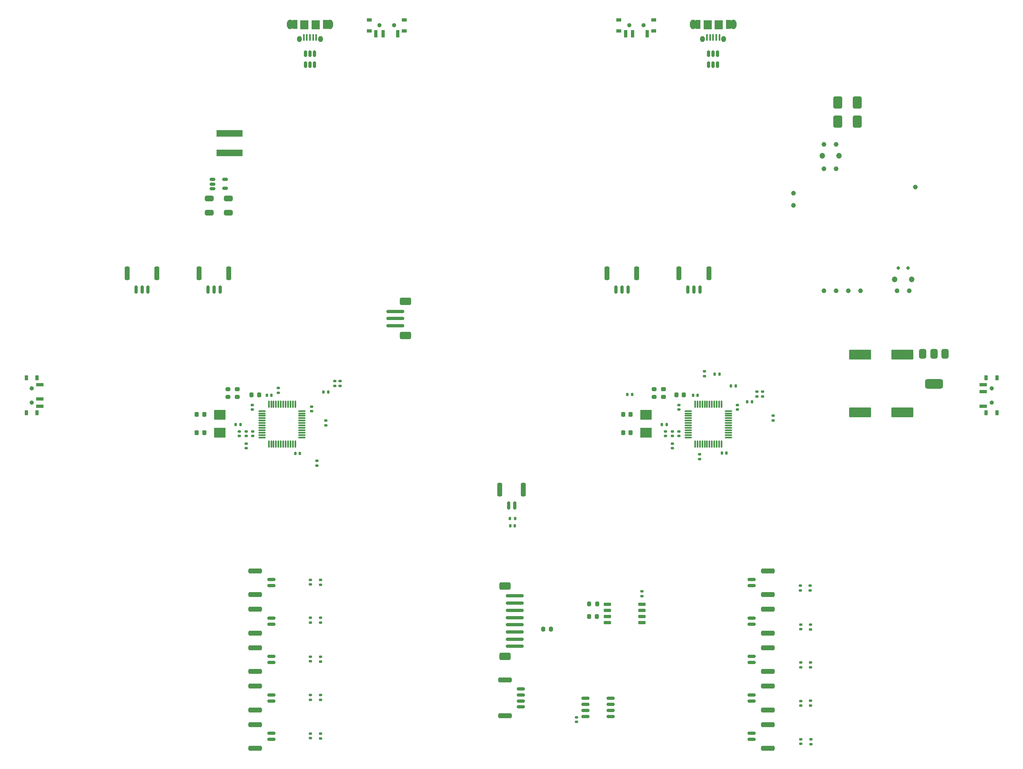
<source format=gts>
%TF.GenerationSoftware,KiCad,Pcbnew,8.0.3*%
%TF.CreationDate,2024-06-23T20:05:21+02:00*%
%TF.ProjectId,Pilot,50696c6f-742e-46b6-9963-61645f706362,rev?*%
%TF.SameCoordinates,Original*%
%TF.FileFunction,Soldermask,Top*%
%TF.FilePolarity,Negative*%
%FSLAX46Y46*%
G04 Gerber Fmt 4.6, Leading zero omitted, Abs format (unit mm)*
G04 Created by KiCad (PCBNEW 8.0.3) date 2024-06-23 20:05:21*
%MOMM*%
%LPD*%
G01*
G04 APERTURE LIST*
G04 Aperture macros list*
%AMRoundRect*
0 Rectangle with rounded corners*
0 $1 Rounding radius*
0 $2 $3 $4 $5 $6 $7 $8 $9 X,Y pos of 4 corners*
0 Add a 4 corners polygon primitive as box body*
4,1,4,$2,$3,$4,$5,$6,$7,$8,$9,$2,$3,0*
0 Add four circle primitives for the rounded corners*
1,1,$1+$1,$2,$3*
1,1,$1+$1,$4,$5*
1,1,$1+$1,$6,$7*
1,1,$1+$1,$8,$9*
0 Add four rect primitives between the rounded corners*
20,1,$1+$1,$2,$3,$4,$5,0*
20,1,$1+$1,$4,$5,$6,$7,0*
20,1,$1+$1,$6,$7,$8,$9,0*
20,1,$1+$1,$8,$9,$2,$3,0*%
G04 Aperture macros list end*
%ADD10O,1.300000X2.000000*%
%ADD11R,1.000000X1.900000*%
%ADD12O,1.000000X1.300000*%
%ADD13R,1.800000X1.900000*%
%ADD14R,0.350000X1.350000*%
%ADD15RoundRect,0.225000X-0.225000X-0.250000X0.225000X-0.250000X0.225000X0.250000X-0.225000X0.250000X0*%
%ADD16RoundRect,0.140000X0.170000X-0.140000X0.170000X0.140000X-0.170000X0.140000X-0.170000X-0.140000X0*%
%ADD17RoundRect,0.250001X2.049999X0.799999X-2.049999X0.799999X-2.049999X-0.799999X2.049999X-0.799999X0*%
%ADD18RoundRect,0.250000X-1.150000X0.250000X-1.150000X-0.250000X1.150000X-0.250000X1.150000X0.250000X0*%
%ADD19RoundRect,0.150000X-0.700000X0.150000X-0.700000X-0.150000X0.700000X-0.150000X0.700000X0.150000X0*%
%ADD20RoundRect,0.140000X-0.170000X0.140000X-0.170000X-0.140000X0.170000X-0.140000X0.170000X0.140000X0*%
%ADD21R,0.700000X1.500000*%
%ADD22R,1.000000X0.800000*%
%ADD23C,0.900000*%
%ADD24R,2.400000X2.000000*%
%ADD25RoundRect,0.135000X-0.185000X0.135000X-0.185000X-0.135000X0.185000X-0.135000X0.185000X0.135000X0*%
%ADD26RoundRect,0.200000X-0.200000X-0.275000X0.200000X-0.275000X0.200000X0.275000X-0.200000X0.275000X0*%
%ADD27RoundRect,0.225000X0.225000X0.250000X-0.225000X0.250000X-0.225000X-0.250000X0.225000X-0.250000X0*%
%ADD28RoundRect,0.140000X-0.140000X-0.170000X0.140000X-0.170000X0.140000X0.170000X-0.140000X0.170000X0*%
%ADD29RoundRect,0.140000X0.140000X0.170000X-0.140000X0.170000X-0.140000X-0.170000X0.140000X-0.170000X0*%
%ADD30RoundRect,0.250001X0.899999X-0.499999X0.899999X0.499999X-0.899999X0.499999X-0.899999X-0.499999X0*%
%ADD31RoundRect,0.175000X1.675000X-0.175000X1.675000X0.175000X-1.675000X0.175000X-1.675000X-0.175000X0*%
%ADD32RoundRect,0.155500X-0.397000X0.155500X-0.397000X-0.155500X0.397000X-0.155500X0.397000X0.155500X0*%
%ADD33RoundRect,0.250000X1.150000X-0.250000X1.150000X0.250000X-1.150000X0.250000X-1.150000X-0.250000X0*%
%ADD34RoundRect,0.150000X0.700000X-0.150000X0.700000X0.150000X-0.700000X0.150000X-0.700000X-0.150000X0*%
%ADD35RoundRect,0.147500X0.172500X-0.147500X0.172500X0.147500X-0.172500X0.147500X-0.172500X-0.147500X0*%
%ADD36RoundRect,0.250000X0.650000X-1.000000X0.650000X1.000000X-0.650000X1.000000X-0.650000X-1.000000X0*%
%ADD37RoundRect,0.150000X-0.650000X-0.150000X0.650000X-0.150000X0.650000X0.150000X-0.650000X0.150000X0*%
%ADD38RoundRect,0.135000X0.135000X0.185000X-0.135000X0.185000X-0.135000X-0.185000X0.135000X-0.185000X0*%
%ADD39RoundRect,0.135000X0.185000X-0.135000X0.185000X0.135000X-0.185000X0.135000X-0.185000X-0.135000X0*%
%ADD40C,1.000000*%
%ADD41C,0.700000*%
%ADD42C,1.200000*%
%ADD43R,5.500000X1.430000*%
%ADD44RoundRect,0.375000X-0.375000X0.625000X-0.375000X-0.625000X0.375000X-0.625000X0.375000X0.625000X0*%
%ADD45RoundRect,0.500000X-1.400000X0.500000X-1.400000X-0.500000X1.400000X-0.500000X1.400000X0.500000X0*%
%ADD46RoundRect,0.135000X-0.135000X-0.185000X0.135000X-0.185000X0.135000X0.185000X-0.135000X0.185000X0*%
%ADD47RoundRect,0.200000X0.200000X0.275000X-0.200000X0.275000X-0.200000X-0.275000X0.200000X-0.275000X0*%
%ADD48RoundRect,0.250001X-0.899999X0.499999X-0.899999X-0.499999X0.899999X-0.499999X0.899999X0.499999X0*%
%ADD49RoundRect,0.175000X-1.675000X0.175000X-1.675000X-0.175000X1.675000X-0.175000X1.675000X0.175000X0*%
%ADD50RoundRect,0.250000X-0.250000X-1.150000X0.250000X-1.150000X0.250000X1.150000X-0.250000X1.150000X0*%
%ADD51RoundRect,0.150000X-0.150000X-0.700000X0.150000X-0.700000X0.150000X0.700000X-0.150000X0.700000X0*%
%ADD52RoundRect,0.250000X-0.650000X0.325000X-0.650000X-0.325000X0.650000X-0.325000X0.650000X0.325000X0*%
%ADD53RoundRect,0.075000X-0.662500X-0.075000X0.662500X-0.075000X0.662500X0.075000X-0.662500X0.075000X0*%
%ADD54RoundRect,0.075000X-0.075000X-0.662500X0.075000X-0.662500X0.075000X0.662500X-0.075000X0.662500X0*%
%ADD55R,1.500000X0.700000*%
%ADD56R,0.800000X1.000000*%
%ADD57RoundRect,0.200000X-0.275000X0.200000X-0.275000X-0.200000X0.275000X-0.200000X0.275000X0.200000X0*%
%ADD58RoundRect,0.218750X-0.256250X0.218750X-0.256250X-0.218750X0.256250X-0.218750X0.256250X0.218750X0*%
%ADD59RoundRect,0.150000X0.675000X0.150000X-0.675000X0.150000X-0.675000X-0.150000X0.675000X-0.150000X0*%
%ADD60RoundRect,0.150000X-0.150000X0.512500X-0.150000X-0.512500X0.150000X-0.512500X0.150000X0.512500X0*%
G04 APERTURE END LIST*
D10*
%TO.C,J20*%
X55825000Y-1800000D03*
D11*
X56825000Y-1800000D03*
D12*
X57775000Y-4800000D03*
D13*
X58850000Y-1808000D03*
X61150000Y-1808000D03*
D12*
X62225000Y-4800000D03*
D11*
X63175000Y-1800000D03*
D10*
X64175000Y-1800000D03*
D14*
X58700000Y-4475000D03*
X59350000Y-4475000D03*
X60000000Y-4475000D03*
X60650000Y-4475000D03*
X61300000Y-4475000D03*
%TD*%
D15*
%TO.C,C33*%
X36405000Y-86800000D03*
X37955000Y-86800000D03*
%TD*%
%TO.C,C10*%
X126793000Y-86800000D03*
X125243000Y-86800000D03*
%TD*%
%TO.C,C9*%
X126793000Y-83000000D03*
X125243000Y-83000000D03*
%TD*%
%TO.C,C32*%
X36405000Y-83000000D03*
X37955000Y-83000000D03*
%TD*%
D16*
%TO.C,C26*%
X48000000Y-81980000D03*
X48000000Y-81020000D03*
%TD*%
D17*
%TO.C,C34*%
X183400000Y-70500000D03*
X174600000Y-70500000D03*
%TD*%
D18*
%TO.C,J10*%
X155400000Y-128475000D03*
X155400000Y-123525000D03*
D19*
X152050000Y-126625000D03*
X152050000Y-125375000D03*
%TD*%
D20*
%TO.C,C24*%
X45300000Y-86520000D03*
X45300000Y-87480000D03*
%TD*%
D21*
%TO.C,SW3*%
X73750000Y-3730000D03*
X75250000Y-3730000D03*
X78250000Y-3730000D03*
D22*
X72350000Y-870000D03*
X72350000Y-3080000D03*
D23*
X74500000Y-1970000D03*
X77500000Y-1970000D03*
D22*
X79650000Y-870000D03*
X79650000Y-3080000D03*
%TD*%
D17*
%TO.C,C35*%
X183400000Y-82500000D03*
X174600000Y-82500000D03*
%TD*%
D16*
%TO.C,C13*%
X60100000Y-134380000D03*
X60100000Y-133420000D03*
%TD*%
D24*
%TO.C,Y2*%
X41200000Y-86750000D03*
X41200000Y-83050000D03*
%TD*%
D16*
%TO.C,C18*%
X162300000Y-143580000D03*
X162300000Y-142620000D03*
%TD*%
D20*
%TO.C,C28*%
X60300000Y-81320000D03*
X60300000Y-82280000D03*
%TD*%
D25*
%TO.C,R29*%
X65200000Y-75990000D03*
X65200000Y-77010000D03*
%TD*%
D26*
%TO.C,R24*%
X118175000Y-122400000D03*
X119825000Y-122400000D03*
%TD*%
D27*
%TO.C,C2*%
X137875000Y-78900000D03*
X136325000Y-78900000D03*
%TD*%
D16*
%TO.C,C23*%
X115500000Y-146960000D03*
X115500000Y-146000000D03*
%TD*%
D24*
%TO.C,Y1*%
X130038000Y-86750000D03*
X130038000Y-83050000D03*
%TD*%
D28*
%TO.C,C6*%
X139837000Y-79000000D03*
X140797000Y-79000000D03*
%TD*%
D16*
%TO.C,C21*%
X162300000Y-135600000D03*
X162300000Y-134640000D03*
%TD*%
D29*
%TO.C,C4*%
X146780000Y-91000000D03*
X145820000Y-91000000D03*
%TD*%
D30*
%TO.C,J13*%
X100600000Y-118700000D03*
X100600000Y-133300000D03*
D31*
X102700000Y-120750000D03*
X102700000Y-122250000D03*
X102700000Y-123750000D03*
X102700000Y-125250000D03*
X102700000Y-126750000D03*
X102700000Y-128250000D03*
X102700000Y-129750000D03*
X102700000Y-131250000D03*
%TD*%
D25*
%TO.C,R18*%
X164300000Y-142590000D03*
X164300000Y-143610000D03*
%TD*%
D32*
%TO.C,U9*%
X39700000Y-34050000D03*
X39700000Y-35000000D03*
X39700000Y-35950000D03*
X42300000Y-35900000D03*
X42300000Y-34050000D03*
%TD*%
D33*
%TO.C,J6*%
X48600000Y-147525000D03*
X48600000Y-152475000D03*
D34*
X51950000Y-149375000D03*
X51950000Y-150625000D03*
%TD*%
D35*
%TO.C,L1*%
X135548000Y-89985000D03*
X135548000Y-89015000D03*
%TD*%
D36*
%TO.C,D4*%
X170000000Y-22000000D03*
X170000000Y-18000000D03*
%TD*%
D37*
%TO.C,U2*%
X122000000Y-122460000D03*
X122000000Y-123730000D03*
X122000000Y-125000000D03*
X122000000Y-126270000D03*
X129200000Y-126270000D03*
X129200000Y-125000000D03*
X129200000Y-123730000D03*
X129200000Y-122460000D03*
%TD*%
D38*
%TO.C,R11*%
X102710000Y-104675000D03*
X101690000Y-104675000D03*
%TD*%
D39*
%TO.C,R26*%
X156500000Y-84210000D03*
X156500000Y-83190000D03*
%TD*%
%TO.C,R4*%
X61400000Y-93610000D03*
X61400000Y-92590000D03*
%TD*%
D40*
%TO.C,U7*%
X160760000Y-36920000D03*
X160760000Y-39460000D03*
D41*
X184620000Y-52477000D03*
D40*
X184890000Y-57240000D03*
D42*
X185370000Y-54890000D03*
X181870000Y-54890000D03*
D40*
X182350000Y-57240000D03*
D41*
X182620000Y-52500000D03*
D40*
X174730000Y-57240000D03*
X172190000Y-57240000D03*
X169650000Y-57240000D03*
X167110000Y-57240000D03*
X169650000Y-26760000D03*
X169650000Y-31840000D03*
D42*
X170257000Y-29109000D03*
X166757000Y-29109000D03*
D40*
X167110000Y-26760000D03*
X167110000Y-31840000D03*
X186160000Y-35650000D03*
%TD*%
D33*
%TO.C,J4*%
X48600000Y-131525000D03*
X48600000Y-136475000D03*
D34*
X51950000Y-133375000D03*
X51950000Y-134625000D03*
%TD*%
D43*
%TO.C,L3*%
X43200000Y-28520000D03*
X43200000Y-24480000D03*
%TD*%
D44*
%TO.C,U8*%
X192300000Y-70350000D03*
X190000000Y-70350000D03*
D45*
X190000000Y-76650000D03*
D44*
X187700000Y-70350000D03*
%TD*%
D25*
%TO.C,R13*%
X62200000Y-133390000D03*
X62200000Y-134410000D03*
%TD*%
D46*
%TO.C,R30*%
X62790000Y-78300000D03*
X63810000Y-78300000D03*
%TD*%
D25*
%TO.C,R6*%
X153100000Y-78190000D03*
X153100000Y-79210000D03*
%TD*%
D47*
%TO.C,R23*%
X110225000Y-127700000D03*
X108575000Y-127700000D03*
%TD*%
D48*
%TO.C,J15*%
X79900000Y-66550000D03*
X79900000Y-59450000D03*
D49*
X77800000Y-64500000D03*
X77800000Y-63000000D03*
X77800000Y-61500000D03*
%TD*%
D50*
%TO.C,J19*%
X128100000Y-53600000D03*
X121900000Y-53600000D03*
D51*
X126250000Y-56950000D03*
X125000000Y-56950000D03*
X123750000Y-56950000D03*
%TD*%
D50*
%TO.C,J18*%
X143100000Y-53600000D03*
X136900000Y-53600000D03*
D51*
X141250000Y-56950000D03*
X140000000Y-56950000D03*
X138750000Y-56950000D03*
%TD*%
D47*
%TO.C,R25*%
X119805000Y-125015000D03*
X118155000Y-125015000D03*
%TD*%
D25*
%TO.C,R8*%
X142200000Y-74000000D03*
X142200000Y-75020000D03*
%TD*%
%TO.C,R31*%
X53425000Y-77450000D03*
X53425000Y-78470000D03*
%TD*%
D52*
%TO.C,C37*%
X39000000Y-38025000D03*
X39000000Y-40975000D03*
%TD*%
D16*
%TO.C,C12*%
X60100000Y-118380000D03*
X60100000Y-117420000D03*
%TD*%
D46*
%TO.C,R2*%
X144290000Y-74600000D03*
X145310000Y-74600000D03*
%TD*%
D36*
%TO.C,D3*%
X174000000Y-22000000D03*
X174000000Y-18000000D03*
%TD*%
D25*
%TO.C,R20*%
X164400000Y-150590000D03*
X164400000Y-151610000D03*
%TD*%
D52*
%TO.C,C36*%
X43000000Y-38025000D03*
X43000000Y-40975000D03*
%TD*%
D39*
%TO.C,R27*%
X63300000Y-85210000D03*
X63300000Y-84190000D03*
%TD*%
D29*
%TO.C,C27*%
X57880000Y-91100000D03*
X56920000Y-91100000D03*
%TD*%
D53*
%TO.C,U1*%
X138837500Y-82250000D03*
X138837500Y-82750000D03*
X138837500Y-83250000D03*
X138837500Y-83750000D03*
X138837500Y-84250000D03*
X138837500Y-84750000D03*
X138837500Y-85250000D03*
X138837500Y-85750000D03*
X138837500Y-86250000D03*
X138837500Y-86750000D03*
X138837500Y-87250000D03*
X138837500Y-87750000D03*
D54*
X140250000Y-89162500D03*
X140750000Y-89162500D03*
X141250000Y-89162500D03*
X141750000Y-89162500D03*
X142250000Y-89162500D03*
X142750000Y-89162500D03*
X143250000Y-89162500D03*
X143750000Y-89162500D03*
X144250000Y-89162500D03*
X144750000Y-89162500D03*
X145250000Y-89162500D03*
X145750000Y-89162500D03*
D53*
X147162500Y-87750000D03*
X147162500Y-87250000D03*
X147162500Y-86750000D03*
X147162500Y-86250000D03*
X147162500Y-85750000D03*
X147162500Y-85250000D03*
X147162500Y-84750000D03*
X147162500Y-84250000D03*
X147162500Y-83750000D03*
X147162500Y-83250000D03*
X147162500Y-82750000D03*
X147162500Y-82250000D03*
D54*
X145750000Y-80837500D03*
X145250000Y-80837500D03*
X144750000Y-80837500D03*
X144250000Y-80837500D03*
X143750000Y-80837500D03*
X143250000Y-80837500D03*
X142750000Y-80837500D03*
X142250000Y-80837500D03*
X141750000Y-80837500D03*
X141250000Y-80837500D03*
X140750000Y-80837500D03*
X140250000Y-80837500D03*
%TD*%
D50*
%TO.C,J17*%
X28100000Y-53600000D03*
X21900000Y-53600000D03*
D51*
X26250000Y-56950000D03*
X25000000Y-56950000D03*
X23750000Y-56950000D03*
%TD*%
D38*
%TO.C,R1*%
X148710000Y-77000000D03*
X147690000Y-77000000D03*
%TD*%
D55*
%TO.C,SW2*%
X3730000Y-81250000D03*
X3730000Y-79750000D03*
X3730000Y-76750000D03*
D56*
X870000Y-82650000D03*
X3080000Y-82650000D03*
D23*
X1970000Y-80500000D03*
X1970000Y-77500000D03*
D56*
X870000Y-75350000D03*
X3080000Y-75350000D03*
%TD*%
D21*
%TO.C,SW1*%
X125750000Y-3730000D03*
X127250000Y-3730000D03*
X130250000Y-3730000D03*
D22*
X124350000Y-870000D03*
X124350000Y-3080000D03*
D23*
X126500000Y-1970000D03*
X129500000Y-1970000D03*
D22*
X131650000Y-870000D03*
X131650000Y-3080000D03*
%TD*%
D20*
%TO.C,C5*%
X149100000Y-81020000D03*
X149100000Y-81980000D03*
%TD*%
D57*
%TO.C,R33*%
X42900000Y-77675000D03*
X42900000Y-79325000D03*
%TD*%
D33*
%TO.C,J1*%
X100600000Y-138275000D03*
X100600000Y-145725000D03*
D34*
X103950000Y-140125000D03*
X103950000Y-141375000D03*
X103950000Y-142625000D03*
X103950000Y-143875000D03*
%TD*%
D18*
%TO.C,J8*%
X155400000Y-120475000D03*
X155400000Y-115525000D03*
D19*
X152050000Y-118625000D03*
X152050000Y-117375000D03*
%TD*%
D50*
%TO.C,J16*%
X43100000Y-53600000D03*
X36900000Y-53600000D03*
D51*
X41250000Y-56950000D03*
X40000000Y-56950000D03*
X38750000Y-56950000D03*
%TD*%
D33*
%TO.C,J3*%
X48600000Y-115525000D03*
X48600000Y-120475000D03*
D34*
X51950000Y-117375000D03*
X51950000Y-118625000D03*
%TD*%
D25*
%TO.C,R28*%
X66300000Y-75990000D03*
X66300000Y-77010000D03*
%TD*%
D53*
%TO.C,U5*%
X50000000Y-82250000D03*
X50000000Y-82750000D03*
X50000000Y-83250000D03*
X50000000Y-83750000D03*
X50000000Y-84250000D03*
X50000000Y-84750000D03*
X50000000Y-85250000D03*
X50000000Y-85750000D03*
X50000000Y-86250000D03*
X50000000Y-86750000D03*
X50000000Y-87250000D03*
X50000000Y-87750000D03*
D54*
X51412500Y-89162500D03*
X51912500Y-89162500D03*
X52412500Y-89162500D03*
X52912500Y-89162500D03*
X53412500Y-89162500D03*
X53912500Y-89162500D03*
X54412500Y-89162500D03*
X54912500Y-89162500D03*
X55412500Y-89162500D03*
X55912500Y-89162500D03*
X56412500Y-89162500D03*
X56912500Y-89162500D03*
D53*
X58325000Y-87750000D03*
X58325000Y-87250000D03*
X58325000Y-86750000D03*
X58325000Y-86250000D03*
X58325000Y-85750000D03*
X58325000Y-85250000D03*
X58325000Y-84750000D03*
X58325000Y-84250000D03*
X58325000Y-83750000D03*
X58325000Y-83250000D03*
X58325000Y-82750000D03*
X58325000Y-82250000D03*
D54*
X56912500Y-80837500D03*
X56412500Y-80837500D03*
X55912500Y-80837500D03*
X55412500Y-80837500D03*
X54912500Y-80837500D03*
X54412500Y-80837500D03*
X53912500Y-80837500D03*
X53412500Y-80837500D03*
X52912500Y-80837500D03*
X52412500Y-80837500D03*
X51912500Y-80837500D03*
X51412500Y-80837500D03*
%TD*%
D50*
%TO.C,J2*%
X104475000Y-98600000D03*
X99525000Y-98600000D03*
D51*
X102625000Y-101950000D03*
X101375000Y-101950000D03*
%TD*%
D58*
%TO.C,D1*%
X133638000Y-77712500D03*
X133638000Y-79287500D03*
%TD*%
D57*
%TO.C,R22*%
X131738000Y-77675000D03*
X131738000Y-79325000D03*
%TD*%
D25*
%TO.C,R21*%
X164300000Y-134610000D03*
X164300000Y-135630000D03*
%TD*%
D16*
%TO.C,C30*%
X46700000Y-87480000D03*
X46700000Y-86520000D03*
%TD*%
D58*
%TO.C,D2*%
X44800000Y-77712500D03*
X44800000Y-79287500D03*
%TD*%
D27*
%TO.C,C25*%
X49375000Y-78900000D03*
X47825000Y-78900000D03*
%TD*%
D25*
%TO.C,R15*%
X62200000Y-149390000D03*
X62200000Y-150410000D03*
%TD*%
%TO.C,R5*%
X154300000Y-78190000D03*
X154300000Y-79210000D03*
%TD*%
D39*
%TO.C,R3*%
X141200000Y-92310000D03*
X141200000Y-91290000D03*
%TD*%
D16*
%TO.C,C7*%
X135538000Y-87480000D03*
X135538000Y-86520000D03*
%TD*%
D38*
%TO.C,R32*%
X45510000Y-85100000D03*
X44490000Y-85100000D03*
%TD*%
D28*
%TO.C,C11*%
X101720000Y-106175000D03*
X102680000Y-106175000D03*
%TD*%
D16*
%TO.C,C14*%
X60100000Y-142380000D03*
X60100000Y-141420000D03*
%TD*%
%TO.C,C3*%
X136838000Y-81980000D03*
X136838000Y-81020000D03*
%TD*%
%TO.C,C17*%
X162200000Y-119580000D03*
X162200000Y-118620000D03*
%TD*%
D55*
%TO.C,SW4*%
X200270000Y-76750000D03*
X200270000Y-78250000D03*
X200270000Y-81250000D03*
D56*
X203130000Y-75350000D03*
X200920000Y-75350000D03*
D23*
X202030000Y-77500000D03*
X202030000Y-80500000D03*
D56*
X203130000Y-82650000D03*
X200920000Y-82650000D03*
%TD*%
D33*
%TO.C,J7*%
X48600000Y-123525000D03*
X48600000Y-128475000D03*
D34*
X51950000Y-125375000D03*
X51950000Y-126625000D03*
%TD*%
D25*
%TO.C,R14*%
X62200000Y-141390000D03*
X62200000Y-142410000D03*
%TD*%
%TO.C,R19*%
X164300000Y-126690000D03*
X164300000Y-127710000D03*
%TD*%
D20*
%TO.C,C22*%
X129200000Y-119820000D03*
X129200000Y-120780000D03*
%TD*%
D16*
%TO.C,C15*%
X60100000Y-150380000D03*
X60100000Y-149420000D03*
%TD*%
D38*
%TO.C,R9*%
X134348000Y-85100000D03*
X133328000Y-85100000D03*
%TD*%
D18*
%TO.C,J12*%
X155400000Y-136475000D03*
X155400000Y-131525000D03*
D19*
X152050000Y-134625000D03*
X152050000Y-133375000D03*
%TD*%
D16*
%TO.C,C20*%
X162300000Y-151580000D03*
X162300000Y-150620000D03*
%TD*%
D18*
%TO.C,J11*%
X155400000Y-152475000D03*
X155400000Y-147525000D03*
D19*
X152050000Y-150625000D03*
X152050000Y-149375000D03*
%TD*%
D28*
%TO.C,C29*%
X51000000Y-79000000D03*
X51960000Y-79000000D03*
%TD*%
D25*
%TO.C,R12*%
X62200000Y-117390000D03*
X62200000Y-118410000D03*
%TD*%
D35*
%TO.C,L2*%
X46710000Y-89985000D03*
X46710000Y-89015000D03*
%TD*%
D25*
%TO.C,R17*%
X164200000Y-118590000D03*
X164200000Y-119610000D03*
%TD*%
D16*
%TO.C,C8*%
X136888000Y-87480000D03*
X136888000Y-86520000D03*
%TD*%
D18*
%TO.C,J9*%
X155400000Y-144475000D03*
X155400000Y-139525000D03*
D19*
X152050000Y-142625000D03*
X152050000Y-141375000D03*
%TD*%
D33*
%TO.C,J5*%
X48600000Y-139525000D03*
X48600000Y-144475000D03*
D34*
X51950000Y-141375000D03*
X51950000Y-142625000D03*
%TD*%
D16*
%TO.C,C31*%
X48050000Y-87480000D03*
X48050000Y-86520000D03*
%TD*%
D46*
%TO.C,R7*%
X151090000Y-80300000D03*
X152110000Y-80300000D03*
%TD*%
D59*
%TO.C,U3*%
X122625000Y-145905000D03*
X122625000Y-144635000D03*
X122625000Y-143365000D03*
X122625000Y-142095000D03*
X117375000Y-142095000D03*
X117375000Y-143365000D03*
X117375000Y-144635000D03*
X117375000Y-145905000D03*
%TD*%
D46*
%TO.C,R10*%
X126090000Y-78800000D03*
X127110000Y-78800000D03*
%TD*%
D16*
%TO.C,C16*%
X60100000Y-126280000D03*
X60100000Y-125320000D03*
%TD*%
D20*
%TO.C,C1*%
X134100000Y-86520000D03*
X134100000Y-87480000D03*
%TD*%
D25*
%TO.C,R16*%
X62200000Y-125300000D03*
X62200000Y-126320000D03*
%TD*%
D16*
%TO.C,C19*%
X162300000Y-127680000D03*
X162300000Y-126720000D03*
%TD*%
D14*
%TO.C,J14*%
X145300000Y-4475000D03*
X144650000Y-4475000D03*
X144000000Y-4475000D03*
X143350000Y-4475000D03*
X142700000Y-4475000D03*
D10*
X148175000Y-1800000D03*
D11*
X147175000Y-1800000D03*
D12*
X146225000Y-4800000D03*
D13*
X145150000Y-1808000D03*
X142850000Y-1808000D03*
D12*
X141775000Y-4800000D03*
D11*
X140825000Y-1800000D03*
D10*
X139825000Y-1800000D03*
%TD*%
D60*
%TO.C,U6*%
X60950000Y-7862500D03*
X60000000Y-7862500D03*
X59050000Y-7862500D03*
X59050000Y-10137500D03*
X60000000Y-10137500D03*
X60950000Y-10137500D03*
%TD*%
%TO.C,U4*%
X144950000Y-7862500D03*
X144000000Y-7862500D03*
X143050000Y-7862500D03*
X143050000Y-10137500D03*
X144000000Y-10137500D03*
X144950000Y-10137500D03*
%TD*%
M02*

</source>
